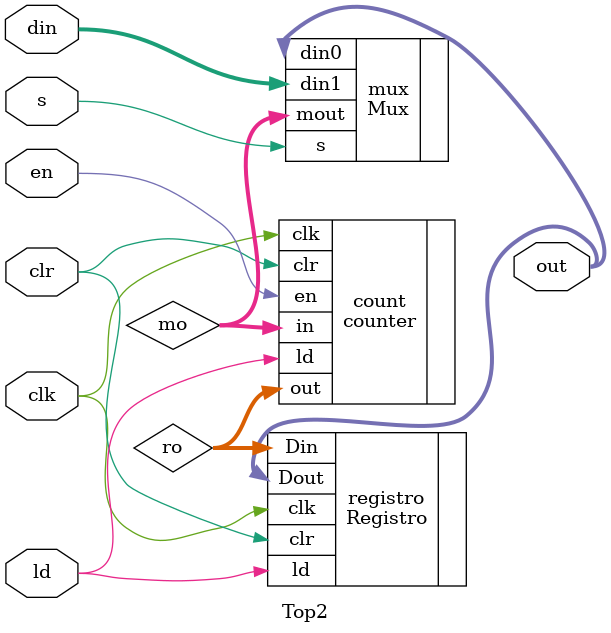
<source format=v>
`timescale 1ns / 1ps

module Top2(
   input [3:0] din,
   output [3:0] out,
   input s, en, clk, ld, clr
   );
   
   wire [3:0] mo, ro;
   
   Mux mux (.s(s), .din0(out), .din1(din), .mout(mo));
   counter count (.in(mo), .clr(clr), .clk(clk), .ld(ld), .en(en), .out(ro));
   Registro registro (.Din(ro), .clk(clk), .ld(ld), .clr(clr), .Dout(out));
endmodule

</source>
